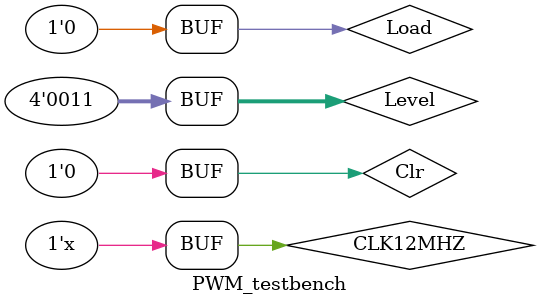
<source format=v>

/*
	Simulation system asserts hard "Clear" for first 100ns
*/	


`timescale 1ns / 1ps

module PWM_testbench;

    reg Load = 0;
    reg [3:0] Level = 4'h3;
    
    reg Clr = 0;
    reg CLK12MHZ = 0;

    wire SLoad;
    wire AtLevel;
    wire PWM;
    
    SyncOneShot
        os (.trigger (Load), .clk (CLK12MHZ), .clr (Clr), .Q (SLoad));
        
    PWM 
        pwm (.CLK12MHZ (CLK12MHZ), .Clr (Clr), .Load (SLoad), .Level (Level), .AtLevel (AtLevel), .PWM (PWM));
            
    //
    // test bench initializations
    //    
    initial
    begin
        $display ("module: %m");
        Clr = 1'b1;
        #50 Clr = 0;  // clear is active high
    end
    
    //
    // clock period
    //
    always
        #5 CLK12MHZ = ~CLK12MHZ;  
        
    initial
    begin
        #80 Load = 1;    
        #60 Load = 0;
        
    end
            
endmodule

</source>
